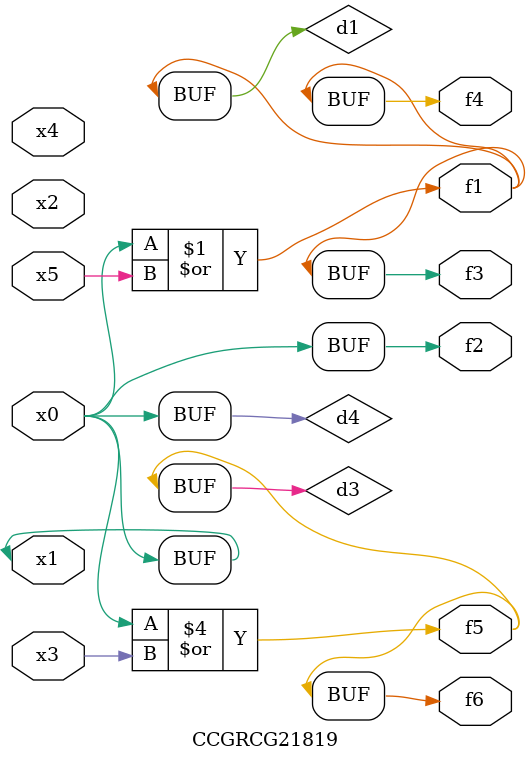
<source format=v>
module CCGRCG21819(
	input x0, x1, x2, x3, x4, x5,
	output f1, f2, f3, f4, f5, f6
);

	wire d1, d2, d3, d4;

	or (d1, x0, x5);
	xnor (d2, x1, x4);
	or (d3, x0, x3);
	buf (d4, x0, x1);
	assign f1 = d1;
	assign f2 = d4;
	assign f3 = d1;
	assign f4 = d1;
	assign f5 = d3;
	assign f6 = d3;
endmodule

</source>
